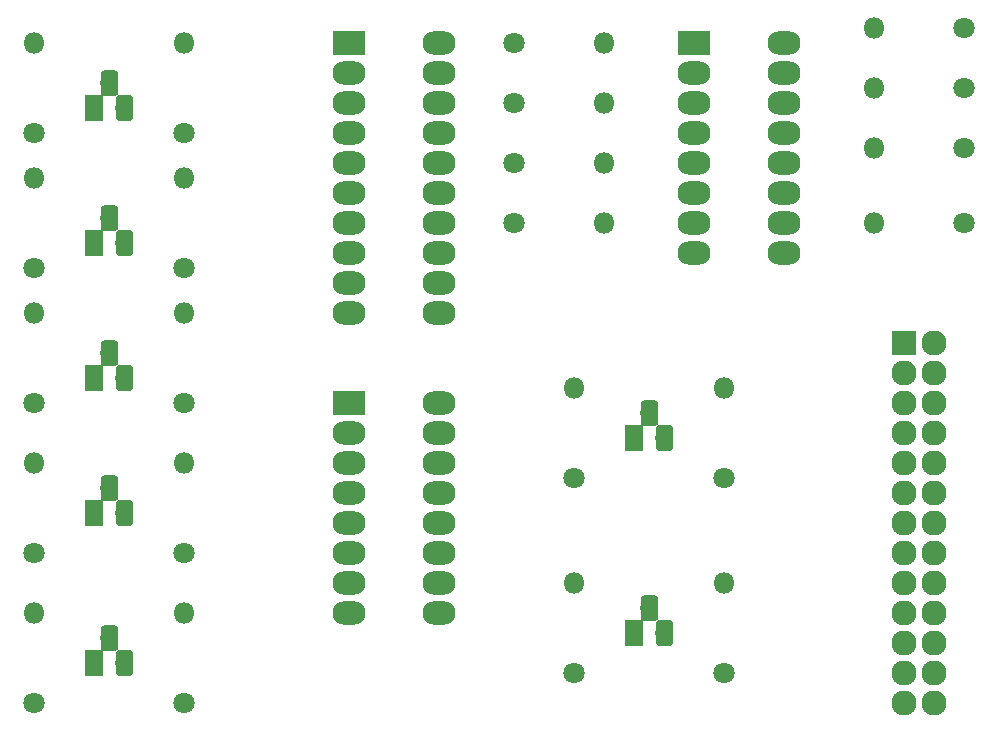
<source format=gbr>
G04 #@! TF.GenerationSoftware,KiCad,Pcbnew,5.0.0+dfsg1-2*
G04 #@! TF.CreationDate,2018-11-20T21:01:12-06:00*
G04 #@! TF.ProjectId,49es,343965732E6B696361645F7063620000,rev?*
G04 #@! TF.SameCoordinates,Original*
G04 #@! TF.FileFunction,Soldermask,Bot*
G04 #@! TF.FilePolarity,Negative*
%FSLAX46Y46*%
G04 Gerber Fmt 4.6, Leading zero omitted, Abs format (unit mm)*
G04 Created by KiCad (PCBNEW 5.0.0+dfsg1-2) date Tue Nov 20 21:01:12 2018*
%MOMM*%
%LPD*%
G01*
G04 APERTURE LIST*
%ADD10O,2.800000X2.000000*%
%ADD11R,2.800000X2.000000*%
%ADD12R,2.127200X2.127200*%
%ADD13O,2.127200X2.127200*%
%ADD14R,1.500000X2.200000*%
%ADD15C,0.100000*%
%ADD16C,1.500000*%
%ADD17O,1.800000X1.800000*%
%ADD18C,1.800000*%
G04 APERTURE END LIST*
D10*
G04 #@! TO.C,3-to-8*
X147320000Y-71120000D03*
X139700000Y-88900000D03*
X147320000Y-73660000D03*
X139700000Y-86360000D03*
X147320000Y-76200000D03*
X139700000Y-83820000D03*
X147320000Y-78740000D03*
X139700000Y-81280000D03*
X147320000Y-81280000D03*
X139700000Y-78740000D03*
X147320000Y-83820000D03*
X139700000Y-76200000D03*
X147320000Y-86360000D03*
X139700000Y-73660000D03*
X147320000Y-88900000D03*
D11*
X139700000Y-71120000D03*
G04 #@! TD*
D12*
G04 #@! TO.C,J1*
X186690000Y-66040000D03*
D13*
X189230000Y-66040000D03*
X186690000Y-68580000D03*
X189230000Y-68580000D03*
X186690000Y-71120000D03*
X189230000Y-71120000D03*
X186690000Y-73660000D03*
X189230000Y-73660000D03*
X186690000Y-76200000D03*
X189230000Y-76200000D03*
X186690000Y-78740000D03*
X189230000Y-78740000D03*
X186690000Y-81280000D03*
X189230000Y-81280000D03*
X186690000Y-83820000D03*
X189230000Y-83820000D03*
X186690000Y-86360000D03*
X189230000Y-86360000D03*
X186690000Y-88900000D03*
X189230000Y-88900000D03*
X186690000Y-91440000D03*
X189230000Y-91440000D03*
X186690000Y-93980000D03*
X189230000Y-93980000D03*
X186690000Y-96520000D03*
X189230000Y-96520000D03*
G04 #@! TD*
D11*
G04 #@! TO.C,MSP1*
X139700000Y-40640000D03*
D10*
X147320000Y-63500000D03*
X139700000Y-43180000D03*
X147320000Y-60960000D03*
X139700000Y-45720000D03*
X147320000Y-58420000D03*
X139700000Y-48260000D03*
X147320000Y-55880000D03*
X139700000Y-50800000D03*
X147320000Y-53340000D03*
X139700000Y-53340000D03*
X147320000Y-50800000D03*
X139700000Y-55880000D03*
X147320000Y-48260000D03*
X139700000Y-58420000D03*
X147320000Y-45720000D03*
X139700000Y-60960000D03*
X147320000Y-43180000D03*
X139700000Y-63500000D03*
X147320000Y-40640000D03*
G04 #@! TD*
D11*
G04 #@! TO.C,MUX1*
X168910000Y-40640000D03*
D10*
X176530000Y-58420000D03*
X168910000Y-43180000D03*
X176530000Y-55880000D03*
X168910000Y-45720000D03*
X176530000Y-53340000D03*
X168910000Y-48260000D03*
X176530000Y-50800000D03*
X168910000Y-50800000D03*
X176530000Y-48260000D03*
X168910000Y-53340000D03*
X176530000Y-45720000D03*
X168910000Y-55880000D03*
X176530000Y-43180000D03*
X168910000Y-58420000D03*
X176530000Y-40640000D03*
G04 #@! TD*
D14*
G04 #@! TO.C,Q1*
X118110000Y-46120000D03*
D15*
G36*
X121061756Y-45021806D02*
X121098159Y-45027206D01*
X121133857Y-45036147D01*
X121168506Y-45048545D01*
X121201774Y-45064280D01*
X121233339Y-45083199D01*
X121262897Y-45105121D01*
X121290165Y-45129835D01*
X121314879Y-45157103D01*
X121336801Y-45186661D01*
X121355720Y-45218226D01*
X121371455Y-45251494D01*
X121383853Y-45286143D01*
X121392794Y-45321841D01*
X121398194Y-45358244D01*
X121400000Y-45395000D01*
X121400000Y-46845000D01*
X121398194Y-46881756D01*
X121392794Y-46918159D01*
X121383853Y-46953857D01*
X121371455Y-46988506D01*
X121355720Y-47021774D01*
X121336801Y-47053339D01*
X121314879Y-47082897D01*
X121290165Y-47110165D01*
X121262897Y-47134879D01*
X121233339Y-47156801D01*
X121201774Y-47175720D01*
X121168506Y-47191455D01*
X121133857Y-47203853D01*
X121098159Y-47212794D01*
X121061756Y-47218194D01*
X121025000Y-47220000D01*
X120275000Y-47220000D01*
X120238244Y-47218194D01*
X120201841Y-47212794D01*
X120166143Y-47203853D01*
X120131494Y-47191455D01*
X120098226Y-47175720D01*
X120066661Y-47156801D01*
X120037103Y-47134879D01*
X120009835Y-47110165D01*
X119985121Y-47082897D01*
X119963199Y-47053339D01*
X119944280Y-47021774D01*
X119928545Y-46988506D01*
X119916147Y-46953857D01*
X119907206Y-46918159D01*
X119901806Y-46881756D01*
X119900000Y-46845000D01*
X119900000Y-45395000D01*
X119901806Y-45358244D01*
X119907206Y-45321841D01*
X119916147Y-45286143D01*
X119928545Y-45251494D01*
X119944280Y-45218226D01*
X119963199Y-45186661D01*
X119985121Y-45157103D01*
X120009835Y-45129835D01*
X120037103Y-45105121D01*
X120066661Y-45083199D01*
X120098226Y-45064280D01*
X120131494Y-45048545D01*
X120166143Y-45036147D01*
X120201841Y-45027206D01*
X120238244Y-45021806D01*
X120275000Y-45020000D01*
X121025000Y-45020000D01*
X121061756Y-45021806D01*
X121061756Y-45021806D01*
G37*
D16*
X120650000Y-46120000D03*
D15*
G36*
X119791756Y-42951806D02*
X119828159Y-42957206D01*
X119863857Y-42966147D01*
X119898506Y-42978545D01*
X119931774Y-42994280D01*
X119963339Y-43013199D01*
X119992897Y-43035121D01*
X120020165Y-43059835D01*
X120044879Y-43087103D01*
X120066801Y-43116661D01*
X120085720Y-43148226D01*
X120101455Y-43181494D01*
X120113853Y-43216143D01*
X120122794Y-43251841D01*
X120128194Y-43288244D01*
X120130000Y-43325000D01*
X120130000Y-44775000D01*
X120128194Y-44811756D01*
X120122794Y-44848159D01*
X120113853Y-44883857D01*
X120101455Y-44918506D01*
X120085720Y-44951774D01*
X120066801Y-44983339D01*
X120044879Y-45012897D01*
X120020165Y-45040165D01*
X119992897Y-45064879D01*
X119963339Y-45086801D01*
X119931774Y-45105720D01*
X119898506Y-45121455D01*
X119863857Y-45133853D01*
X119828159Y-45142794D01*
X119791756Y-45148194D01*
X119755000Y-45150000D01*
X119005000Y-45150000D01*
X118968244Y-45148194D01*
X118931841Y-45142794D01*
X118896143Y-45133853D01*
X118861494Y-45121455D01*
X118828226Y-45105720D01*
X118796661Y-45086801D01*
X118767103Y-45064879D01*
X118739835Y-45040165D01*
X118715121Y-45012897D01*
X118693199Y-44983339D01*
X118674280Y-44951774D01*
X118658545Y-44918506D01*
X118646147Y-44883857D01*
X118637206Y-44848159D01*
X118631806Y-44811756D01*
X118630000Y-44775000D01*
X118630000Y-43325000D01*
X118631806Y-43288244D01*
X118637206Y-43251841D01*
X118646147Y-43216143D01*
X118658545Y-43181494D01*
X118674280Y-43148226D01*
X118693199Y-43116661D01*
X118715121Y-43087103D01*
X118739835Y-43059835D01*
X118767103Y-43035121D01*
X118796661Y-43013199D01*
X118828226Y-42994280D01*
X118861494Y-42978545D01*
X118896143Y-42966147D01*
X118931841Y-42957206D01*
X118968244Y-42951806D01*
X119005000Y-42950000D01*
X119755000Y-42950000D01*
X119791756Y-42951806D01*
X119791756Y-42951806D01*
G37*
D16*
X119380000Y-44050000D03*
G04 #@! TD*
D15*
G04 #@! TO.C,Q2*
G36*
X119791756Y-54381806D02*
X119828159Y-54387206D01*
X119863857Y-54396147D01*
X119898506Y-54408545D01*
X119931774Y-54424280D01*
X119963339Y-54443199D01*
X119992897Y-54465121D01*
X120020165Y-54489835D01*
X120044879Y-54517103D01*
X120066801Y-54546661D01*
X120085720Y-54578226D01*
X120101455Y-54611494D01*
X120113853Y-54646143D01*
X120122794Y-54681841D01*
X120128194Y-54718244D01*
X120130000Y-54755000D01*
X120130000Y-56205000D01*
X120128194Y-56241756D01*
X120122794Y-56278159D01*
X120113853Y-56313857D01*
X120101455Y-56348506D01*
X120085720Y-56381774D01*
X120066801Y-56413339D01*
X120044879Y-56442897D01*
X120020165Y-56470165D01*
X119992897Y-56494879D01*
X119963339Y-56516801D01*
X119931774Y-56535720D01*
X119898506Y-56551455D01*
X119863857Y-56563853D01*
X119828159Y-56572794D01*
X119791756Y-56578194D01*
X119755000Y-56580000D01*
X119005000Y-56580000D01*
X118968244Y-56578194D01*
X118931841Y-56572794D01*
X118896143Y-56563853D01*
X118861494Y-56551455D01*
X118828226Y-56535720D01*
X118796661Y-56516801D01*
X118767103Y-56494879D01*
X118739835Y-56470165D01*
X118715121Y-56442897D01*
X118693199Y-56413339D01*
X118674280Y-56381774D01*
X118658545Y-56348506D01*
X118646147Y-56313857D01*
X118637206Y-56278159D01*
X118631806Y-56241756D01*
X118630000Y-56205000D01*
X118630000Y-54755000D01*
X118631806Y-54718244D01*
X118637206Y-54681841D01*
X118646147Y-54646143D01*
X118658545Y-54611494D01*
X118674280Y-54578226D01*
X118693199Y-54546661D01*
X118715121Y-54517103D01*
X118739835Y-54489835D01*
X118767103Y-54465121D01*
X118796661Y-54443199D01*
X118828226Y-54424280D01*
X118861494Y-54408545D01*
X118896143Y-54396147D01*
X118931841Y-54387206D01*
X118968244Y-54381806D01*
X119005000Y-54380000D01*
X119755000Y-54380000D01*
X119791756Y-54381806D01*
X119791756Y-54381806D01*
G37*
D16*
X119380000Y-55480000D03*
D15*
G36*
X121061756Y-56451806D02*
X121098159Y-56457206D01*
X121133857Y-56466147D01*
X121168506Y-56478545D01*
X121201774Y-56494280D01*
X121233339Y-56513199D01*
X121262897Y-56535121D01*
X121290165Y-56559835D01*
X121314879Y-56587103D01*
X121336801Y-56616661D01*
X121355720Y-56648226D01*
X121371455Y-56681494D01*
X121383853Y-56716143D01*
X121392794Y-56751841D01*
X121398194Y-56788244D01*
X121400000Y-56825000D01*
X121400000Y-58275000D01*
X121398194Y-58311756D01*
X121392794Y-58348159D01*
X121383853Y-58383857D01*
X121371455Y-58418506D01*
X121355720Y-58451774D01*
X121336801Y-58483339D01*
X121314879Y-58512897D01*
X121290165Y-58540165D01*
X121262897Y-58564879D01*
X121233339Y-58586801D01*
X121201774Y-58605720D01*
X121168506Y-58621455D01*
X121133857Y-58633853D01*
X121098159Y-58642794D01*
X121061756Y-58648194D01*
X121025000Y-58650000D01*
X120275000Y-58650000D01*
X120238244Y-58648194D01*
X120201841Y-58642794D01*
X120166143Y-58633853D01*
X120131494Y-58621455D01*
X120098226Y-58605720D01*
X120066661Y-58586801D01*
X120037103Y-58564879D01*
X120009835Y-58540165D01*
X119985121Y-58512897D01*
X119963199Y-58483339D01*
X119944280Y-58451774D01*
X119928545Y-58418506D01*
X119916147Y-58383857D01*
X119907206Y-58348159D01*
X119901806Y-58311756D01*
X119900000Y-58275000D01*
X119900000Y-56825000D01*
X119901806Y-56788244D01*
X119907206Y-56751841D01*
X119916147Y-56716143D01*
X119928545Y-56681494D01*
X119944280Y-56648226D01*
X119963199Y-56616661D01*
X119985121Y-56587103D01*
X120009835Y-56559835D01*
X120037103Y-56535121D01*
X120066661Y-56513199D01*
X120098226Y-56494280D01*
X120131494Y-56478545D01*
X120166143Y-56466147D01*
X120201841Y-56457206D01*
X120238244Y-56451806D01*
X120275000Y-56450000D01*
X121025000Y-56450000D01*
X121061756Y-56451806D01*
X121061756Y-56451806D01*
G37*
D16*
X120650000Y-57550000D03*
D14*
X118110000Y-57550000D03*
G04 #@! TD*
G04 #@! TO.C,Q3*
X118110000Y-68980000D03*
D15*
G36*
X121061756Y-67881806D02*
X121098159Y-67887206D01*
X121133857Y-67896147D01*
X121168506Y-67908545D01*
X121201774Y-67924280D01*
X121233339Y-67943199D01*
X121262897Y-67965121D01*
X121290165Y-67989835D01*
X121314879Y-68017103D01*
X121336801Y-68046661D01*
X121355720Y-68078226D01*
X121371455Y-68111494D01*
X121383853Y-68146143D01*
X121392794Y-68181841D01*
X121398194Y-68218244D01*
X121400000Y-68255000D01*
X121400000Y-69705000D01*
X121398194Y-69741756D01*
X121392794Y-69778159D01*
X121383853Y-69813857D01*
X121371455Y-69848506D01*
X121355720Y-69881774D01*
X121336801Y-69913339D01*
X121314879Y-69942897D01*
X121290165Y-69970165D01*
X121262897Y-69994879D01*
X121233339Y-70016801D01*
X121201774Y-70035720D01*
X121168506Y-70051455D01*
X121133857Y-70063853D01*
X121098159Y-70072794D01*
X121061756Y-70078194D01*
X121025000Y-70080000D01*
X120275000Y-70080000D01*
X120238244Y-70078194D01*
X120201841Y-70072794D01*
X120166143Y-70063853D01*
X120131494Y-70051455D01*
X120098226Y-70035720D01*
X120066661Y-70016801D01*
X120037103Y-69994879D01*
X120009835Y-69970165D01*
X119985121Y-69942897D01*
X119963199Y-69913339D01*
X119944280Y-69881774D01*
X119928545Y-69848506D01*
X119916147Y-69813857D01*
X119907206Y-69778159D01*
X119901806Y-69741756D01*
X119900000Y-69705000D01*
X119900000Y-68255000D01*
X119901806Y-68218244D01*
X119907206Y-68181841D01*
X119916147Y-68146143D01*
X119928545Y-68111494D01*
X119944280Y-68078226D01*
X119963199Y-68046661D01*
X119985121Y-68017103D01*
X120009835Y-67989835D01*
X120037103Y-67965121D01*
X120066661Y-67943199D01*
X120098226Y-67924280D01*
X120131494Y-67908545D01*
X120166143Y-67896147D01*
X120201841Y-67887206D01*
X120238244Y-67881806D01*
X120275000Y-67880000D01*
X121025000Y-67880000D01*
X121061756Y-67881806D01*
X121061756Y-67881806D01*
G37*
D16*
X120650000Y-68980000D03*
D15*
G36*
X119791756Y-65811806D02*
X119828159Y-65817206D01*
X119863857Y-65826147D01*
X119898506Y-65838545D01*
X119931774Y-65854280D01*
X119963339Y-65873199D01*
X119992897Y-65895121D01*
X120020165Y-65919835D01*
X120044879Y-65947103D01*
X120066801Y-65976661D01*
X120085720Y-66008226D01*
X120101455Y-66041494D01*
X120113853Y-66076143D01*
X120122794Y-66111841D01*
X120128194Y-66148244D01*
X120130000Y-66185000D01*
X120130000Y-67635000D01*
X120128194Y-67671756D01*
X120122794Y-67708159D01*
X120113853Y-67743857D01*
X120101455Y-67778506D01*
X120085720Y-67811774D01*
X120066801Y-67843339D01*
X120044879Y-67872897D01*
X120020165Y-67900165D01*
X119992897Y-67924879D01*
X119963339Y-67946801D01*
X119931774Y-67965720D01*
X119898506Y-67981455D01*
X119863857Y-67993853D01*
X119828159Y-68002794D01*
X119791756Y-68008194D01*
X119755000Y-68010000D01*
X119005000Y-68010000D01*
X118968244Y-68008194D01*
X118931841Y-68002794D01*
X118896143Y-67993853D01*
X118861494Y-67981455D01*
X118828226Y-67965720D01*
X118796661Y-67946801D01*
X118767103Y-67924879D01*
X118739835Y-67900165D01*
X118715121Y-67872897D01*
X118693199Y-67843339D01*
X118674280Y-67811774D01*
X118658545Y-67778506D01*
X118646147Y-67743857D01*
X118637206Y-67708159D01*
X118631806Y-67671756D01*
X118630000Y-67635000D01*
X118630000Y-66185000D01*
X118631806Y-66148244D01*
X118637206Y-66111841D01*
X118646147Y-66076143D01*
X118658545Y-66041494D01*
X118674280Y-66008226D01*
X118693199Y-65976661D01*
X118715121Y-65947103D01*
X118739835Y-65919835D01*
X118767103Y-65895121D01*
X118796661Y-65873199D01*
X118828226Y-65854280D01*
X118861494Y-65838545D01*
X118896143Y-65826147D01*
X118931841Y-65817206D01*
X118968244Y-65811806D01*
X119005000Y-65810000D01*
X119755000Y-65810000D01*
X119791756Y-65811806D01*
X119791756Y-65811806D01*
G37*
D16*
X119380000Y-66910000D03*
G04 #@! TD*
D15*
G04 #@! TO.C,Q4*
G36*
X119791756Y-77241806D02*
X119828159Y-77247206D01*
X119863857Y-77256147D01*
X119898506Y-77268545D01*
X119931774Y-77284280D01*
X119963339Y-77303199D01*
X119992897Y-77325121D01*
X120020165Y-77349835D01*
X120044879Y-77377103D01*
X120066801Y-77406661D01*
X120085720Y-77438226D01*
X120101455Y-77471494D01*
X120113853Y-77506143D01*
X120122794Y-77541841D01*
X120128194Y-77578244D01*
X120130000Y-77615000D01*
X120130000Y-79065000D01*
X120128194Y-79101756D01*
X120122794Y-79138159D01*
X120113853Y-79173857D01*
X120101455Y-79208506D01*
X120085720Y-79241774D01*
X120066801Y-79273339D01*
X120044879Y-79302897D01*
X120020165Y-79330165D01*
X119992897Y-79354879D01*
X119963339Y-79376801D01*
X119931774Y-79395720D01*
X119898506Y-79411455D01*
X119863857Y-79423853D01*
X119828159Y-79432794D01*
X119791756Y-79438194D01*
X119755000Y-79440000D01*
X119005000Y-79440000D01*
X118968244Y-79438194D01*
X118931841Y-79432794D01*
X118896143Y-79423853D01*
X118861494Y-79411455D01*
X118828226Y-79395720D01*
X118796661Y-79376801D01*
X118767103Y-79354879D01*
X118739835Y-79330165D01*
X118715121Y-79302897D01*
X118693199Y-79273339D01*
X118674280Y-79241774D01*
X118658545Y-79208506D01*
X118646147Y-79173857D01*
X118637206Y-79138159D01*
X118631806Y-79101756D01*
X118630000Y-79065000D01*
X118630000Y-77615000D01*
X118631806Y-77578244D01*
X118637206Y-77541841D01*
X118646147Y-77506143D01*
X118658545Y-77471494D01*
X118674280Y-77438226D01*
X118693199Y-77406661D01*
X118715121Y-77377103D01*
X118739835Y-77349835D01*
X118767103Y-77325121D01*
X118796661Y-77303199D01*
X118828226Y-77284280D01*
X118861494Y-77268545D01*
X118896143Y-77256147D01*
X118931841Y-77247206D01*
X118968244Y-77241806D01*
X119005000Y-77240000D01*
X119755000Y-77240000D01*
X119791756Y-77241806D01*
X119791756Y-77241806D01*
G37*
D16*
X119380000Y-78340000D03*
D15*
G36*
X121061756Y-79311806D02*
X121098159Y-79317206D01*
X121133857Y-79326147D01*
X121168506Y-79338545D01*
X121201774Y-79354280D01*
X121233339Y-79373199D01*
X121262897Y-79395121D01*
X121290165Y-79419835D01*
X121314879Y-79447103D01*
X121336801Y-79476661D01*
X121355720Y-79508226D01*
X121371455Y-79541494D01*
X121383853Y-79576143D01*
X121392794Y-79611841D01*
X121398194Y-79648244D01*
X121400000Y-79685000D01*
X121400000Y-81135000D01*
X121398194Y-81171756D01*
X121392794Y-81208159D01*
X121383853Y-81243857D01*
X121371455Y-81278506D01*
X121355720Y-81311774D01*
X121336801Y-81343339D01*
X121314879Y-81372897D01*
X121290165Y-81400165D01*
X121262897Y-81424879D01*
X121233339Y-81446801D01*
X121201774Y-81465720D01*
X121168506Y-81481455D01*
X121133857Y-81493853D01*
X121098159Y-81502794D01*
X121061756Y-81508194D01*
X121025000Y-81510000D01*
X120275000Y-81510000D01*
X120238244Y-81508194D01*
X120201841Y-81502794D01*
X120166143Y-81493853D01*
X120131494Y-81481455D01*
X120098226Y-81465720D01*
X120066661Y-81446801D01*
X120037103Y-81424879D01*
X120009835Y-81400165D01*
X119985121Y-81372897D01*
X119963199Y-81343339D01*
X119944280Y-81311774D01*
X119928545Y-81278506D01*
X119916147Y-81243857D01*
X119907206Y-81208159D01*
X119901806Y-81171756D01*
X119900000Y-81135000D01*
X119900000Y-79685000D01*
X119901806Y-79648244D01*
X119907206Y-79611841D01*
X119916147Y-79576143D01*
X119928545Y-79541494D01*
X119944280Y-79508226D01*
X119963199Y-79476661D01*
X119985121Y-79447103D01*
X120009835Y-79419835D01*
X120037103Y-79395121D01*
X120066661Y-79373199D01*
X120098226Y-79354280D01*
X120131494Y-79338545D01*
X120166143Y-79326147D01*
X120201841Y-79317206D01*
X120238244Y-79311806D01*
X120275000Y-79310000D01*
X121025000Y-79310000D01*
X121061756Y-79311806D01*
X121061756Y-79311806D01*
G37*
D16*
X120650000Y-80410000D03*
D14*
X118110000Y-80410000D03*
G04 #@! TD*
G04 #@! TO.C,Q5*
X118110000Y-93110000D03*
D15*
G36*
X121061756Y-92011806D02*
X121098159Y-92017206D01*
X121133857Y-92026147D01*
X121168506Y-92038545D01*
X121201774Y-92054280D01*
X121233339Y-92073199D01*
X121262897Y-92095121D01*
X121290165Y-92119835D01*
X121314879Y-92147103D01*
X121336801Y-92176661D01*
X121355720Y-92208226D01*
X121371455Y-92241494D01*
X121383853Y-92276143D01*
X121392794Y-92311841D01*
X121398194Y-92348244D01*
X121400000Y-92385000D01*
X121400000Y-93835000D01*
X121398194Y-93871756D01*
X121392794Y-93908159D01*
X121383853Y-93943857D01*
X121371455Y-93978506D01*
X121355720Y-94011774D01*
X121336801Y-94043339D01*
X121314879Y-94072897D01*
X121290165Y-94100165D01*
X121262897Y-94124879D01*
X121233339Y-94146801D01*
X121201774Y-94165720D01*
X121168506Y-94181455D01*
X121133857Y-94193853D01*
X121098159Y-94202794D01*
X121061756Y-94208194D01*
X121025000Y-94210000D01*
X120275000Y-94210000D01*
X120238244Y-94208194D01*
X120201841Y-94202794D01*
X120166143Y-94193853D01*
X120131494Y-94181455D01*
X120098226Y-94165720D01*
X120066661Y-94146801D01*
X120037103Y-94124879D01*
X120009835Y-94100165D01*
X119985121Y-94072897D01*
X119963199Y-94043339D01*
X119944280Y-94011774D01*
X119928545Y-93978506D01*
X119916147Y-93943857D01*
X119907206Y-93908159D01*
X119901806Y-93871756D01*
X119900000Y-93835000D01*
X119900000Y-92385000D01*
X119901806Y-92348244D01*
X119907206Y-92311841D01*
X119916147Y-92276143D01*
X119928545Y-92241494D01*
X119944280Y-92208226D01*
X119963199Y-92176661D01*
X119985121Y-92147103D01*
X120009835Y-92119835D01*
X120037103Y-92095121D01*
X120066661Y-92073199D01*
X120098226Y-92054280D01*
X120131494Y-92038545D01*
X120166143Y-92026147D01*
X120201841Y-92017206D01*
X120238244Y-92011806D01*
X120275000Y-92010000D01*
X121025000Y-92010000D01*
X121061756Y-92011806D01*
X121061756Y-92011806D01*
G37*
D16*
X120650000Y-93110000D03*
D15*
G36*
X119791756Y-89941806D02*
X119828159Y-89947206D01*
X119863857Y-89956147D01*
X119898506Y-89968545D01*
X119931774Y-89984280D01*
X119963339Y-90003199D01*
X119992897Y-90025121D01*
X120020165Y-90049835D01*
X120044879Y-90077103D01*
X120066801Y-90106661D01*
X120085720Y-90138226D01*
X120101455Y-90171494D01*
X120113853Y-90206143D01*
X120122794Y-90241841D01*
X120128194Y-90278244D01*
X120130000Y-90315000D01*
X120130000Y-91765000D01*
X120128194Y-91801756D01*
X120122794Y-91838159D01*
X120113853Y-91873857D01*
X120101455Y-91908506D01*
X120085720Y-91941774D01*
X120066801Y-91973339D01*
X120044879Y-92002897D01*
X120020165Y-92030165D01*
X119992897Y-92054879D01*
X119963339Y-92076801D01*
X119931774Y-92095720D01*
X119898506Y-92111455D01*
X119863857Y-92123853D01*
X119828159Y-92132794D01*
X119791756Y-92138194D01*
X119755000Y-92140000D01*
X119005000Y-92140000D01*
X118968244Y-92138194D01*
X118931841Y-92132794D01*
X118896143Y-92123853D01*
X118861494Y-92111455D01*
X118828226Y-92095720D01*
X118796661Y-92076801D01*
X118767103Y-92054879D01*
X118739835Y-92030165D01*
X118715121Y-92002897D01*
X118693199Y-91973339D01*
X118674280Y-91941774D01*
X118658545Y-91908506D01*
X118646147Y-91873857D01*
X118637206Y-91838159D01*
X118631806Y-91801756D01*
X118630000Y-91765000D01*
X118630000Y-90315000D01*
X118631806Y-90278244D01*
X118637206Y-90241841D01*
X118646147Y-90206143D01*
X118658545Y-90171494D01*
X118674280Y-90138226D01*
X118693199Y-90106661D01*
X118715121Y-90077103D01*
X118739835Y-90049835D01*
X118767103Y-90025121D01*
X118796661Y-90003199D01*
X118828226Y-89984280D01*
X118861494Y-89968545D01*
X118896143Y-89956147D01*
X118931841Y-89947206D01*
X118968244Y-89941806D01*
X119005000Y-89940000D01*
X119755000Y-89940000D01*
X119791756Y-89941806D01*
X119791756Y-89941806D01*
G37*
D16*
X119380000Y-91040000D03*
G04 #@! TD*
D15*
G04 #@! TO.C,Q6*
G36*
X165511756Y-70891806D02*
X165548159Y-70897206D01*
X165583857Y-70906147D01*
X165618506Y-70918545D01*
X165651774Y-70934280D01*
X165683339Y-70953199D01*
X165712897Y-70975121D01*
X165740165Y-70999835D01*
X165764879Y-71027103D01*
X165786801Y-71056661D01*
X165805720Y-71088226D01*
X165821455Y-71121494D01*
X165833853Y-71156143D01*
X165842794Y-71191841D01*
X165848194Y-71228244D01*
X165850000Y-71265000D01*
X165850000Y-72715000D01*
X165848194Y-72751756D01*
X165842794Y-72788159D01*
X165833853Y-72823857D01*
X165821455Y-72858506D01*
X165805720Y-72891774D01*
X165786801Y-72923339D01*
X165764879Y-72952897D01*
X165740165Y-72980165D01*
X165712897Y-73004879D01*
X165683339Y-73026801D01*
X165651774Y-73045720D01*
X165618506Y-73061455D01*
X165583857Y-73073853D01*
X165548159Y-73082794D01*
X165511756Y-73088194D01*
X165475000Y-73090000D01*
X164725000Y-73090000D01*
X164688244Y-73088194D01*
X164651841Y-73082794D01*
X164616143Y-73073853D01*
X164581494Y-73061455D01*
X164548226Y-73045720D01*
X164516661Y-73026801D01*
X164487103Y-73004879D01*
X164459835Y-72980165D01*
X164435121Y-72952897D01*
X164413199Y-72923339D01*
X164394280Y-72891774D01*
X164378545Y-72858506D01*
X164366147Y-72823857D01*
X164357206Y-72788159D01*
X164351806Y-72751756D01*
X164350000Y-72715000D01*
X164350000Y-71265000D01*
X164351806Y-71228244D01*
X164357206Y-71191841D01*
X164366147Y-71156143D01*
X164378545Y-71121494D01*
X164394280Y-71088226D01*
X164413199Y-71056661D01*
X164435121Y-71027103D01*
X164459835Y-70999835D01*
X164487103Y-70975121D01*
X164516661Y-70953199D01*
X164548226Y-70934280D01*
X164581494Y-70918545D01*
X164616143Y-70906147D01*
X164651841Y-70897206D01*
X164688244Y-70891806D01*
X164725000Y-70890000D01*
X165475000Y-70890000D01*
X165511756Y-70891806D01*
X165511756Y-70891806D01*
G37*
D16*
X165100000Y-71990000D03*
D15*
G36*
X166781756Y-72961806D02*
X166818159Y-72967206D01*
X166853857Y-72976147D01*
X166888506Y-72988545D01*
X166921774Y-73004280D01*
X166953339Y-73023199D01*
X166982897Y-73045121D01*
X167010165Y-73069835D01*
X167034879Y-73097103D01*
X167056801Y-73126661D01*
X167075720Y-73158226D01*
X167091455Y-73191494D01*
X167103853Y-73226143D01*
X167112794Y-73261841D01*
X167118194Y-73298244D01*
X167120000Y-73335000D01*
X167120000Y-74785000D01*
X167118194Y-74821756D01*
X167112794Y-74858159D01*
X167103853Y-74893857D01*
X167091455Y-74928506D01*
X167075720Y-74961774D01*
X167056801Y-74993339D01*
X167034879Y-75022897D01*
X167010165Y-75050165D01*
X166982897Y-75074879D01*
X166953339Y-75096801D01*
X166921774Y-75115720D01*
X166888506Y-75131455D01*
X166853857Y-75143853D01*
X166818159Y-75152794D01*
X166781756Y-75158194D01*
X166745000Y-75160000D01*
X165995000Y-75160000D01*
X165958244Y-75158194D01*
X165921841Y-75152794D01*
X165886143Y-75143853D01*
X165851494Y-75131455D01*
X165818226Y-75115720D01*
X165786661Y-75096801D01*
X165757103Y-75074879D01*
X165729835Y-75050165D01*
X165705121Y-75022897D01*
X165683199Y-74993339D01*
X165664280Y-74961774D01*
X165648545Y-74928506D01*
X165636147Y-74893857D01*
X165627206Y-74858159D01*
X165621806Y-74821756D01*
X165620000Y-74785000D01*
X165620000Y-73335000D01*
X165621806Y-73298244D01*
X165627206Y-73261841D01*
X165636147Y-73226143D01*
X165648545Y-73191494D01*
X165664280Y-73158226D01*
X165683199Y-73126661D01*
X165705121Y-73097103D01*
X165729835Y-73069835D01*
X165757103Y-73045121D01*
X165786661Y-73023199D01*
X165818226Y-73004280D01*
X165851494Y-72988545D01*
X165886143Y-72976147D01*
X165921841Y-72967206D01*
X165958244Y-72961806D01*
X165995000Y-72960000D01*
X166745000Y-72960000D01*
X166781756Y-72961806D01*
X166781756Y-72961806D01*
G37*
D16*
X166370000Y-74060000D03*
D14*
X163830000Y-74060000D03*
G04 #@! TD*
D15*
G04 #@! TO.C,Q7*
G36*
X165511756Y-87401806D02*
X165548159Y-87407206D01*
X165583857Y-87416147D01*
X165618506Y-87428545D01*
X165651774Y-87444280D01*
X165683339Y-87463199D01*
X165712897Y-87485121D01*
X165740165Y-87509835D01*
X165764879Y-87537103D01*
X165786801Y-87566661D01*
X165805720Y-87598226D01*
X165821455Y-87631494D01*
X165833853Y-87666143D01*
X165842794Y-87701841D01*
X165848194Y-87738244D01*
X165850000Y-87775000D01*
X165850000Y-89225000D01*
X165848194Y-89261756D01*
X165842794Y-89298159D01*
X165833853Y-89333857D01*
X165821455Y-89368506D01*
X165805720Y-89401774D01*
X165786801Y-89433339D01*
X165764879Y-89462897D01*
X165740165Y-89490165D01*
X165712897Y-89514879D01*
X165683339Y-89536801D01*
X165651774Y-89555720D01*
X165618506Y-89571455D01*
X165583857Y-89583853D01*
X165548159Y-89592794D01*
X165511756Y-89598194D01*
X165475000Y-89600000D01*
X164725000Y-89600000D01*
X164688244Y-89598194D01*
X164651841Y-89592794D01*
X164616143Y-89583853D01*
X164581494Y-89571455D01*
X164548226Y-89555720D01*
X164516661Y-89536801D01*
X164487103Y-89514879D01*
X164459835Y-89490165D01*
X164435121Y-89462897D01*
X164413199Y-89433339D01*
X164394280Y-89401774D01*
X164378545Y-89368506D01*
X164366147Y-89333857D01*
X164357206Y-89298159D01*
X164351806Y-89261756D01*
X164350000Y-89225000D01*
X164350000Y-87775000D01*
X164351806Y-87738244D01*
X164357206Y-87701841D01*
X164366147Y-87666143D01*
X164378545Y-87631494D01*
X164394280Y-87598226D01*
X164413199Y-87566661D01*
X164435121Y-87537103D01*
X164459835Y-87509835D01*
X164487103Y-87485121D01*
X164516661Y-87463199D01*
X164548226Y-87444280D01*
X164581494Y-87428545D01*
X164616143Y-87416147D01*
X164651841Y-87407206D01*
X164688244Y-87401806D01*
X164725000Y-87400000D01*
X165475000Y-87400000D01*
X165511756Y-87401806D01*
X165511756Y-87401806D01*
G37*
D16*
X165100000Y-88500000D03*
D15*
G36*
X166781756Y-89471806D02*
X166818159Y-89477206D01*
X166853857Y-89486147D01*
X166888506Y-89498545D01*
X166921774Y-89514280D01*
X166953339Y-89533199D01*
X166982897Y-89555121D01*
X167010165Y-89579835D01*
X167034879Y-89607103D01*
X167056801Y-89636661D01*
X167075720Y-89668226D01*
X167091455Y-89701494D01*
X167103853Y-89736143D01*
X167112794Y-89771841D01*
X167118194Y-89808244D01*
X167120000Y-89845000D01*
X167120000Y-91295000D01*
X167118194Y-91331756D01*
X167112794Y-91368159D01*
X167103853Y-91403857D01*
X167091455Y-91438506D01*
X167075720Y-91471774D01*
X167056801Y-91503339D01*
X167034879Y-91532897D01*
X167010165Y-91560165D01*
X166982897Y-91584879D01*
X166953339Y-91606801D01*
X166921774Y-91625720D01*
X166888506Y-91641455D01*
X166853857Y-91653853D01*
X166818159Y-91662794D01*
X166781756Y-91668194D01*
X166745000Y-91670000D01*
X165995000Y-91670000D01*
X165958244Y-91668194D01*
X165921841Y-91662794D01*
X165886143Y-91653853D01*
X165851494Y-91641455D01*
X165818226Y-91625720D01*
X165786661Y-91606801D01*
X165757103Y-91584879D01*
X165729835Y-91560165D01*
X165705121Y-91532897D01*
X165683199Y-91503339D01*
X165664280Y-91471774D01*
X165648545Y-91438506D01*
X165636147Y-91403857D01*
X165627206Y-91368159D01*
X165621806Y-91331756D01*
X165620000Y-91295000D01*
X165620000Y-89845000D01*
X165621806Y-89808244D01*
X165627206Y-89771841D01*
X165636147Y-89736143D01*
X165648545Y-89701494D01*
X165664280Y-89668226D01*
X165683199Y-89636661D01*
X165705121Y-89607103D01*
X165729835Y-89579835D01*
X165757103Y-89555121D01*
X165786661Y-89533199D01*
X165818226Y-89514280D01*
X165851494Y-89498545D01*
X165886143Y-89486147D01*
X165921841Y-89477206D01*
X165958244Y-89471806D01*
X165995000Y-89470000D01*
X166745000Y-89470000D01*
X166781756Y-89471806D01*
X166781756Y-89471806D01*
G37*
D16*
X166370000Y-90570000D03*
D14*
X163830000Y-90570000D03*
G04 #@! TD*
D17*
G04 #@! TO.C,R1*
X161290000Y-55880000D03*
D18*
X153670000Y-55880000D03*
G04 #@! TD*
G04 #@! TO.C,R2*
X153670000Y-50800000D03*
D17*
X161290000Y-50800000D03*
G04 #@! TD*
D18*
G04 #@! TO.C,R3*
X153670000Y-45720000D03*
D17*
X161290000Y-45720000D03*
G04 #@! TD*
G04 #@! TO.C,R4*
X161290000Y-40640000D03*
D18*
X153670000Y-40640000D03*
G04 #@! TD*
G04 #@! TO.C,R5*
X191770000Y-39370000D03*
D17*
X184150000Y-39370000D03*
G04 #@! TD*
G04 #@! TO.C,R6*
X184150000Y-44450000D03*
D18*
X191770000Y-44450000D03*
G04 #@! TD*
G04 #@! TO.C,R7*
X191770000Y-49530000D03*
D17*
X184150000Y-49530000D03*
G04 #@! TD*
G04 #@! TO.C,R8*
X184150000Y-55880000D03*
D18*
X191770000Y-55880000D03*
G04 #@! TD*
D17*
G04 #@! TO.C,R9*
X113030000Y-40640000D03*
D18*
X113030000Y-48260000D03*
G04 #@! TD*
G04 #@! TO.C,R10*
X125730000Y-48260000D03*
D17*
X125730000Y-40640000D03*
G04 #@! TD*
G04 #@! TO.C,R11*
X113030000Y-52070000D03*
D18*
X113030000Y-59690000D03*
G04 #@! TD*
G04 #@! TO.C,R12*
X113030000Y-71120000D03*
D17*
X113030000Y-63500000D03*
G04 #@! TD*
D18*
G04 #@! TO.C,R13*
X113030000Y-83820000D03*
D17*
X113030000Y-76200000D03*
G04 #@! TD*
G04 #@! TO.C,R14*
X113030000Y-88900000D03*
D18*
X113030000Y-96520000D03*
G04 #@! TD*
G04 #@! TO.C,R15*
X158750000Y-77470000D03*
D17*
X158750000Y-69850000D03*
G04 #@! TD*
G04 #@! TO.C,R16*
X158750000Y-86360000D03*
D18*
X158750000Y-93980000D03*
G04 #@! TD*
G04 #@! TO.C,R17*
X125730000Y-59690000D03*
D17*
X125730000Y-52070000D03*
G04 #@! TD*
G04 #@! TO.C,R18*
X125730000Y-63500000D03*
D18*
X125730000Y-71120000D03*
G04 #@! TD*
D17*
G04 #@! TO.C,R19*
X125730000Y-76200000D03*
D18*
X125730000Y-83820000D03*
G04 #@! TD*
G04 #@! TO.C,R20*
X125730000Y-96520000D03*
D17*
X125730000Y-88900000D03*
G04 #@! TD*
G04 #@! TO.C,R21*
X171450000Y-69850000D03*
D18*
X171450000Y-77470000D03*
G04 #@! TD*
G04 #@! TO.C,R22*
X171450000Y-93980000D03*
D17*
X171450000Y-86360000D03*
G04 #@! TD*
M02*

</source>
